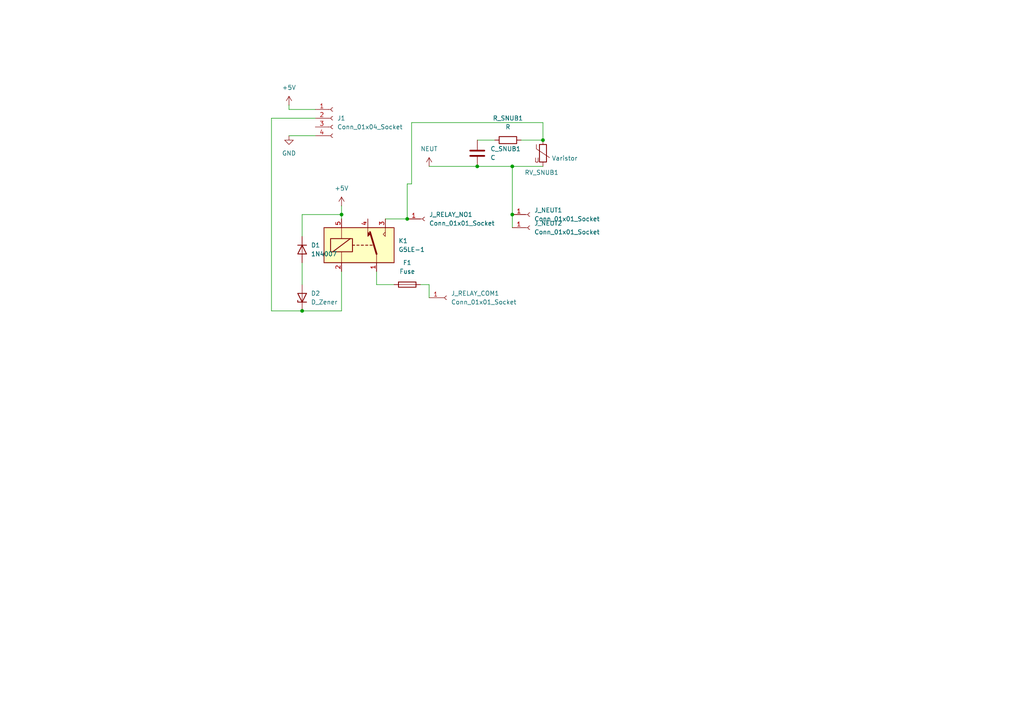
<source format=kicad_sch>
(kicad_sch (version 20231120) (generator "eeschema") (generator_version "8.0")
  (paper "A4")
  (lib_symbols
    (symbol "Connector:Conn_01x01_Socket" (pin_names (offset 1.016) hide)
      (property "Reference" "J" (at 0 2.54 0))
      (property "Value" "Conn_01x01_Socket" (at 0 -2.54 0))
      (symbol "Conn_01x01_Socket_1_1"
        (polyline (pts (xy -1.27 0) (xy -0.508 0)) (stroke (width 0.1524)))
        (arc (start 0 0.508) (mid -0.5058 0) (end 0 -0.508) (stroke (width 0.1524)))
        (pin passive line (at -5.08 0 0) (length 3.81) (name "Pin_1") (number "1"))
      )
    )
    (symbol "Connector:Conn_01x04_Socket" (pin_names (offset 1.016) hide)
      (property "Reference" "J" (at 0 5.08 0))
      (property "Value" "Conn_01x04_Socket" (at 0 -7.62 0))
      (symbol "Conn_01x04_Socket_1_1"
        (arc (start 0 -4.572) (mid -0.5058 -5.08) (end 0 -5.588) (stroke (width 0.1524)))
        (arc (start 0 -2.032) (mid -0.5058 -2.54) (end 0 -3.048) (stroke (width 0.1524)))
        (polyline (pts (xy -1.27 -5.08) (xy -0.508 -5.08)) (stroke (width 0.1524)))
        (polyline (pts (xy -1.27 -2.54) (xy -0.508 -2.54)) (stroke (width 0.1524)))
        (polyline (pts (xy -1.27 0) (xy -0.508 0)) (stroke (width 0.1524)))
        (polyline (pts (xy -1.27 2.54) (xy -0.508 2.54)) (stroke (width 0.1524)))
        (arc (start 0 0.508) (mid -0.5058 0) (end 0 -0.508) (stroke (width 0.1524)))
        (arc (start 0 3.048) (mid -0.5058 2.54) (end 0 2.032) (stroke (width 0.1524)))
        (pin passive line (at -5.08 2.54 0) (length 3.81) (name "Pin_1") (number "1"))
        (pin passive line (at -5.08 0 0) (length 3.81) (name "Pin_2") (number "2"))
        (pin passive line (at -5.08 -2.54 0) (length 3.81) (name "Pin_3") (number "3"))
        (pin passive line (at -5.08 -5.08 0) (length 3.81) (name "Pin_4") (number "4"))
      )
    )
    (symbol "Device:C" (pin_numbers hide) (pin_names (offset 0.254))
      (property "Reference" "C" (at 0.635 2.54 0))
      (property "Value" "C" (at 0.635 -2.54 0))
      (symbol "C_0_1"
        (polyline (pts (xy -2.032 -0.762) (xy 2.032 -0.762)) (stroke (width 0.508)))
        (polyline (pts (xy -2.032 0.762) (xy 2.032 0.762)) (stroke (width 0.508)))
      )
      (symbol "C_1_1"
        (pin passive line (at 0 3.81 270) (length 2.794) (name "~") (number "1"))
        (pin passive line (at 0 -3.81 90) (length 2.794) (name "~") (number "2"))
      )
    )
    (symbol "Device:D_Zener" (pin_numbers hide) (pin_names (offset 1.016) hide)
      (property "Reference" "D" (at 0 2.54 0))
      (property "Value" "D_Zener" (at 0 -2.54 0))
      (symbol "D_Zener_0_1"
        (polyline (pts (xy 1.27 0) (xy -1.27 0)))
        (polyline (pts (xy -1.27 -1.27) (xy -1.27 1.27) (xy -0.762 1.27)) (stroke (width 0.254)))
        (polyline (pts (xy 1.27 -1.27) (xy 1.27 1.27) (xy -1.27 0) (xy 1.27 -1.27)) (stroke (width 0.254)))
      )
      (symbol "D_Zener_1_1"
        (pin passive line (at -3.81 0 0) (length 2.54) (name "K") (number "1"))
        (pin passive line (at 3.81 0 180) (length 2.54) (name "A") (number "2"))
      )
    )
    (symbol "Device:Fuse" (pin_numbers hide) (pin_names (offset 0))
      (property "Reference" "F" (at 2.032 0 90))
      (property "Value" "Fuse" (at -1.905 0 90))
      (symbol "Fuse_0_1"
        (rectangle (start -0.762 -2.54) (end 0.762 2.54) (stroke (width 0.254)))
        (polyline (pts (xy 0 2.54) (xy 0 -2.54)))
      )
      (symbol "Fuse_1_1"
        (pin passive line (at 0 3.81 270) (length 1.27) (name "~") (number "1"))
        (pin passive line (at 0 -3.81 90) (length 1.27) (name "~") (number "2"))
      )
    )
    (symbol "Device:R" (pin_numbers hide) (pin_names (offset 0))
      (property "Reference" "R" (at 2.032 0 90))
      (property "Value" "R" (at 0 0 90))
      (symbol "R_0_1"
        (rectangle (start -1.016 -2.54) (end 1.016 2.54) (stroke (width 0.254)))
      )
      (symbol "R_1_1"
        (pin passive line (at 0 3.81 270) (length 1.27) (name "~") (number "1"))
        (pin passive line (at 0 -3.81 90) (length 1.27) (name "~") (number "2"))
      )
    )
    (symbol "Device:Varistor" (pin_numbers hide) (pin_names (offset 0))
      (property "Reference" "RV" (at 3.175 0 90))
      (property "Value" "Varistor" (at -3.175 0 90))
      (symbol "Varistor_0_0"
        (text "U" (at -1.778 -2.032 0) (effects (font (size 1.27 1.27))))
      )
      (symbol "Varistor_0_1"
        (rectangle (start -1.016 -2.54) (end 1.016 2.54) (stroke (width 0.254)))
        (polyline (pts (xy -1.905 2.54) (xy -1.905 1.27) (xy 1.905 -1.27)))
      )
      (symbol "Varistor_1_1"
        (pin passive line (at 0 3.81 270) (length 1.27) (name "~") (number "1"))
        (pin passive line (at 0 -3.81 90) (length 1.27) (name "~") (number "2"))
      )
    )
    (symbol "Diode:1N4007" (pin_numbers hide) (pin_names hide)
      (property "Reference" "D" (at 0 2.54 0))
      (property "Value" "1N4007" (at 0 -2.54 0))
      (symbol "1N4007_0_1"
        (polyline (pts (xy -1.27 1.27) (xy -1.27 -1.27)) (stroke (width 0.254)))
        (polyline (pts (xy 1.27 0) (xy -1.27 0)))
        (polyline (pts (xy 1.27 1.27) (xy 1.27 -1.27) (xy -1.27 0) (xy 1.27 1.27)) (stroke (width 0.254)))
      )
      (symbol "1N4007_1_1"
        (pin passive line (at -3.81 0 0) (length 2.54) (name "K") (number "1"))
        (pin passive line (at 3.81 0 180) (length 2.54) (name "A") (number "2"))
      )
    )
    (symbol "Relay:G5LE-1"
      (property "Reference" "K" (at 11.43 3.81 0))
      (property "Value" "G5LE-1" (at 11.43 1.27 0))
      (symbol "G5LE-1_0_0"
        (polyline (pts (xy 7.62 5.08) (xy 7.62 2.54) (xy 6.985 3.175) (xy 7.62 3.81)))
      )
      (symbol "G5LE-1_0_1"
        (rectangle (start -10.16 5.08) (end 10.16 -5.08) (stroke (width 0.254)) (fill (type background)))
        (rectangle (start -8.255 1.905) (end -1.905 -1.905) (stroke (width 0.254)))
        (polyline (pts (xy -7.62 -1.905) (xy -2.54 1.905)) (stroke (width 0.254)))
        (polyline (pts (xy -5.08 -5.08) (xy -5.08 -1.905)))
        (polyline (pts (xy -5.08 5.08) (xy -5.08 1.905)))
        (polyline (pts (xy -1.905 0) (xy -1.27 0)) (stroke (width 0.254)))
        (polyline (pts (xy -0.635 0) (xy 0 0)) (stroke (width 0.254)))
        (polyline (pts (xy 0.635 0) (xy 1.27 0)) (stroke (width 0.254)))
        (polyline (pts (xy 1.905 0) (xy 2.54 0)) (stroke (width 0.254)))
        (polyline (pts (xy 3.175 0) (xy 3.81 0)) (stroke (width 0.254)))
        (polyline (pts (xy 5.08 -2.54) (xy 3.175 3.81)) (stroke (width 0.508)))
        (polyline (pts (xy 5.08 -2.54) (xy 5.08 -5.08)))
        (polyline (pts (xy 2.54 5.08) (xy 2.54 2.54) (xy 3.175 3.175) (xy 2.54 3.81)) (fill (type outline)))
      )
      (symbol "G5LE-1_1_1"
        (pin passive line (at 5.08 -7.62 90) (length 2.54) (name "~") (number "1"))
        (pin passive line (at -5.08 -7.62 90) (length 2.54) (name "~") (number "2"))
        (pin passive line (at 7.62 7.62 270) (length 2.54) (name "~") (number "3"))
        (pin passive line (at 2.54 7.62 270) (length 2.54) (name "~") (number "4"))
        (pin passive line (at -5.08 7.62 270) (length 2.54) (name "~") (number "5"))
      )
    )
    (symbol "power:+5V" (power) (pin_numbers hide) (pin_names (offset 0) hide)
      (property "Value" "+5V" (at 0 3.556 0))
      (symbol "+5V_0_1"
        (polyline (pts (xy -0.762 1.27) (xy 0 2.54)))
        (polyline (pts (xy 0 0) (xy 0 2.54)))
        (polyline (pts (xy 0 2.54) (xy 0.762 1.27)))
      )
      (symbol "+5V_1_1"
        (pin power_in line (at 0 0 90) (length 0) (name "~") (number "1"))
      )
    )
    (symbol "power:GND" (power) (pin_numbers hide) (pin_names (offset 0) hide)
      (property "Value" "GND" (at 0 -3.81 0))
      (symbol "GND_0_1"
        (polyline (pts (xy 0 0) (xy 0 -1.27) (xy 1.27 -1.27) (xy 0 -2.54) (xy -1.27 -1.27) (xy 0 -1.27)))
      )
      (symbol "GND_1_1"
        (pin power_in line (at 0 0 270) (length 0) (name "~") (number "1"))
      )
    )
    (symbol "power:NEUT" (power) (pin_names (offset 0))
      (property "Value" "NEUT" (at 0 3.81 0))
      (symbol "NEUT_0_1"
        (polyline (pts (xy -0.762 1.27) (xy 0 2.54)))
        (polyline (pts (xy 0 0) (xy 0 2.54)))
        (polyline (pts (xy 0 2.54) (xy 0.762 1.27)))
      )
      (symbol "NEUT_1_1"
        (pin power_in line (at 0 0 90) (length 0) hide (name "NEUT") (number "1"))
      )
    )
  )
  (junction (at 138.43 48.26))
  (junction (at 118.11 63.5))
  (junction (at 148.59 48.26))
  (junction (at 157.48 40.64))
  (junction (at 87.63 90.17))
  (junction (at 148.59 62.23))
  (junction (at 99.06 62.23))
  (wire (pts (xy 78.74 34.29) (xy 78.74 90.17)))
  (wire (pts (xy 119.38 35.56) (xy 157.48 35.56)))
  (wire (pts (xy 109.22 82.55) (xy 109.22 78.74)))
  (wire (pts (xy 99.06 62.23) (xy 99.06 63.5)))
  (wire (pts (xy 138.43 40.64) (xy 143.51 40.64)))
  (wire (pts (xy 148.59 48.26) (xy 157.48 48.26)))
  (wire (pts (xy 124.46 48.26) (xy 138.43 48.26)))
  (wire (pts (xy 78.74 34.29) (xy 91.44 34.29)))
  (wire (pts (xy 157.48 35.56) (xy 157.48 40.64)))
  (wire (pts (xy 138.43 48.26) (xy 148.59 48.26)))
  (wire (pts (xy 99.06 78.74) (xy 99.06 90.17)))
  (wire (pts (xy 118.11 53.34) (xy 119.38 53.34)))
  (wire (pts (xy 121.92 82.55) (xy 124.46 82.55)))
  (wire (pts (xy 78.74 90.17) (xy 87.63 90.17)))
  (wire (pts (xy 148.59 48.26) (xy 148.59 62.23)))
  (wire (pts (xy 83.82 31.75) (xy 83.82 30.48)))
  (wire (pts (xy 99.06 59.69) (xy 99.06 62.23)))
  (wire (pts (xy 99.06 90.17) (xy 87.63 90.17)))
  (wire (pts (xy 151.13 40.64) (xy 157.48 40.64)))
  (wire (pts (xy 87.63 76.2) (xy 87.63 82.55)))
  (wire (pts (xy 109.22 82.55) (xy 114.3 82.55)))
  (wire (pts (xy 111.76 63.5) (xy 118.11 63.5)))
  (wire (pts (xy 118.11 53.34) (xy 118.11 63.5)))
  (wire (pts (xy 87.63 62.23) (xy 87.63 68.58)))
  (wire (pts (xy 83.82 39.37) (xy 91.44 39.37)))
  (wire (pts (xy 124.46 82.55) (xy 124.46 86.36)))
  (wire (pts (xy 119.38 53.34) (xy 119.38 35.56)))
  (wire (pts (xy 91.44 31.75) (xy 83.82 31.75)))
  (wire (pts (xy 87.63 62.23) (xy 99.06 62.23)))
  (wire (pts (xy 148.59 62.23) (xy 148.59 66.04)))
  (symbol (lib_id "Device:D_Zener") (at 87.63 86.36 90) (unit 1)
    (property "Reference" "D2" (at 90.17 85.0899 90) (effects (justify right)))
    (property "Value" "D_Zener" (at 90.17 87.6299 90) (effects (justify right)))
    (property "Footprint" "Diode_THT:D_DO-41_SOD81_P10.16mm_Horizontal" (effects (hide yes)))
    (property "Description" "Zener diode" (effects (hide yes)))
  )
  (symbol (lib_id "power:GND") (at 83.82 39.37 0) (unit 1)
    (property "Reference" "#PWR04" (effects (hide yes)))
    (property "Value" "GND" (at 83.82 44.45 0))
    (property "Description" "Power symbol creates a global label with name \"GND\" , ground" (effects (hide yes)))
  )
  (symbol (lib_id "Device:R") (at 147.32 40.64 270) (unit 1)
    (property "Reference" "R_SNUB1" (at 147.32 34.29 90))
    (property "Value" "R" (at 147.32 36.83 90))
    (property "Footprint" "Resistor_THT:R_Axial_DIN0617_L17.0mm_D6.0mm_P20.32mm_Horizontal" (effects (hide yes)))
    (property "Description" "Resistor" (effects (hide yes)))
  )
  (symbol (lib_id "Device:Fuse") (at 118.11 82.55 270) (unit 1)
    (property "Reference" "F1" (at 118.11 76.2 90))
    (property "Value" "Fuse" (at 118.11 78.74 90))
    (property "Footprint" "Fuse:Fuse_Littelfuse_395Series" (effects (hide yes)))
    (property "Description" "Fuse" (effects (hide yes)))
  )
  (symbol (lib_id "power:NEUT") (at 124.46 48.26 0) (unit 1)
    (property "Reference" "#PWR02" (effects (hide yes)))
    (property "Value" "NEUT" (at 124.46 43.18 0))
    (property "Description" "Power symbol creates a global label with name \"NEUT\"" (effects (hide yes)))
  )
  (symbol (lib_id "Connector:Conn_01x01_Socket") (at 123.19 63.5 0) (unit 1)
    (property "Reference" "J_RELAY_NO1" (at 124.46 62.2299 0) (effects (justify left)))
    (property "Value" "Conn_01x01_Socket" (at 124.46 64.7699 0) (effects (justify left)))
    (property "Footprint" "Connector_Wire:SolderWire-2.5sqmm_1x01_D2.4mm_OD4.4mm" (effects (hide yes)))
    (property "Description" "Generic connector, single row, 01x01, script generated" (effects (hide yes)))
  )
  (symbol (lib_id "Device:Varistor") (at 157.48 44.45 0) (unit 1)
    (property "Reference" "RV_SNUB1" (at 152.146 50.038 0) (effects (justify left)))
    (property "Value" "Varistor" (at 160.02 45.9132 0) (effects (justify left)))
    (property "Footprint" "Varistor:RV_Disc_D12mm_W3.9mm_P7.5mm" (effects (hide yes)))
    (property "Description" "Voltage dependent resistor" (effects (hide yes)))
  )
  (symbol (lib_id "Relay:G5LE-1") (at 104.14 71.12 0) (unit 1)
    (property "Reference" "K1" (at 115.57 69.8499 0) (effects (justify left)))
    (property "Value" "G5LE-1" (at 115.57 72.3899 0) (effects (justify left)))
    (property "Footprint" "Relay_THT:Relay_SPDT_Omron-G5LE-1" (effects (hide yes)))
    (property "Datasheet" "http://www.omron.com/ecb/products/pdf/en-g5le.pdf" (effects (hide yes)))
    (property "Description" "Omron G5LE relay, Miniature Single Pole, SPDT, 10A" (effects (hide yes)))
  )
  (symbol (lib_id "Connector:Conn_01x01_Socket") (at 153.67 66.04 0) (unit 1)
    (property "Reference" "J_NEUT2" (at 154.94 64.7699 0) (effects (justify left)))
    (property "Value" "Conn_01x01_Socket" (at 154.94 67.3099 0) (effects (justify left)))
    (property "Footprint" "Connector_Wire:SolderWire-2.5sqmm_1x01_D2.4mm_OD4.4mm" (effects (hide yes)))
    (property "Description" "Generic connector, single row, 01x01, script generated" (effects (hide yes)))
  )
  (symbol (lib_id "power:+5V") (at 83.82 30.48 0) (unit 1)
    (property "Reference" "#PWR03" (effects (hide yes)))
    (property "Value" "+5V" (at 83.82 25.4 0))
    (property "Description" "Power symbol creates a global label with name \"+5V\"" (effects (hide yes)))
  )
  (symbol (lib_id "Diode:1N4007") (at 87.63 72.39 270) (unit 1)
    (property "Reference" "D1" (at 90.17 71.1199 90) (effects (justify left)))
    (property "Value" "1N4007" (at 90.17 73.6599 90) (effects (justify left)))
    (property "Footprint" "Diode_THT:D_DO-41_SOD81_P10.16mm_Horizontal" (effects (hide yes)))
    (property "Datasheet" "http://www.vishay.com/docs/88503/1n4001.pdf" (effects (hide yes)))
    (property "Description" "1000V 1A General Purpose Rectifier Diode, DO-41" (effects (hide yes)))
    (property "Sim.Device" "D" (effects (hide yes)))
    (property "Sim.Pins" "1=K 2=A" (effects (hide yes)))
  )
  (symbol (lib_id "Connector:Conn_01x04_Socket") (at 96.52 34.29 0) (unit 1)
    (property "Reference" "J1" (at 97.79 34.2899 0) (effects (justify left)))
    (property "Value" "Conn_01x04_Socket" (at 97.79 36.8299 0) (effects (justify left)))
    (property "Footprint" "Connector_PinHeader_2.54mm:PinHeader_1x04_P2.54mm_Vertical" (effects (hide yes)))
    (property "Description" "Generic connector, single row, 01x04, script generated" (effects (hide yes)))
  )
  (symbol (lib_id "Device:C") (at 138.43 44.45 0) (unit 1)
    (property "Reference" "C_SNUB1" (at 142.24 43.1799 0) (effects (justify left)))
    (property "Value" "C" (at 142.24 45.7199 0) (effects (justify left)))
    (property "Footprint" "Capacitor_THT:CP_Axial_L10.0mm_D6.0mm_P15.00mm_Horizontal" (effects (hide yes)))
    (property "Description" "Unpolarized capacitor" (effects (hide yes)))
  )
  (symbol (lib_id "Connector:Conn_01x01_Socket") (at 129.54 86.36 0) (unit 1)
    (property "Reference" "J_RELAY_COM1" (at 130.81 85.0899 0) (effects (justify left)))
    (property "Value" "Conn_01x01_Socket" (at 130.81 87.6299 0) (effects (justify left)))
    (property "Footprint" "Connector_Wire:SolderWire-2.5sqmm_1x01_D2.4mm_OD4.4mm" (effects (hide yes)))
    (property "Description" "Generic connector, single row, 01x01, script generated" (effects (hide yes)))
  )
  (symbol (lib_id "Connector:Conn_01x01_Socket") (at 153.67 62.23 0) (unit 1)
    (property "Reference" "J_NEUT1" (at 154.94 60.9599 0) (effects (justify left)))
    (property "Value" "Conn_01x01_Socket" (at 154.94 63.4999 0) (effects (justify left)))
    (property "Footprint" "Connector_Wire:SolderWire-2.5sqmm_1x01_D2.4mm_OD4.4mm" (effects (hide yes)))
    (property "Description" "Generic connector, single row, 01x01, script generated" (effects (hide yes)))
  )
  (symbol (lib_id "power:+5V") (at 99.06 59.69 0) (unit 1)
    (property "Reference" "#PWR01" (effects (hide yes)))
    (property "Value" "+5V" (at 99.06 54.61 0))
    (property "Description" "Power symbol creates a global label with name \"+5V\"" (effects (hide yes)))
  )
)
</source>
